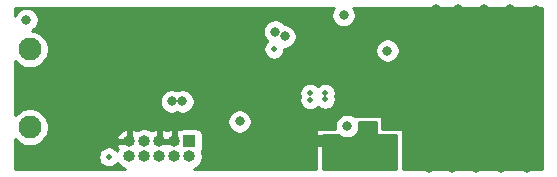
<source format=gbr>
%TF.GenerationSoftware,KiCad,Pcbnew,(5.1.9)-1*%
%TF.CreationDate,2021-11-01T00:10:38+05:30*%
%TF.ProjectId,STM32-nRF24,53544d33-322d-46e5-9246-32342e6b6963,Rev. A*%
%TF.SameCoordinates,Original*%
%TF.FileFunction,Copper,L2,Inr*%
%TF.FilePolarity,Positive*%
%FSLAX46Y46*%
G04 Gerber Fmt 4.6, Leading zero omitted, Abs format (unit mm)*
G04 Created by KiCad (PCBNEW (5.1.9)-1) date 2021-11-01 00:10:38*
%MOMM*%
%LPD*%
G01*
G04 APERTURE LIST*
%TA.AperFunction,ComponentPad*%
%ADD10C,1.950000*%
%TD*%
%TA.AperFunction,ComponentPad*%
%ADD11R,1.000000X1.000000*%
%TD*%
%TA.AperFunction,ComponentPad*%
%ADD12O,1.000000X1.000000*%
%TD*%
%TA.AperFunction,ViaPad*%
%ADD13C,0.800000*%
%TD*%
%TA.AperFunction,ViaPad*%
%ADD14C,0.700000*%
%TD*%
%TA.AperFunction,ViaPad*%
%ADD15C,0.600000*%
%TD*%
%TA.AperFunction,ViaPad*%
%ADD16C,0.500000*%
%TD*%
%TA.AperFunction,Conductor*%
%ADD17C,1.000000*%
%TD*%
%TA.AperFunction,Conductor*%
%ADD18C,0.254000*%
%TD*%
%TA.AperFunction,Conductor*%
%ADD19C,0.100000*%
%TD*%
G04 APERTURE END LIST*
D10*
%TO.N,N/C*%
%TO.C,J1*%
X84075000Y-157400000D03*
X84075000Y-164000000D03*
%TD*%
D11*
%TO.N,+3V3*%
%TO.C,J3*%
X97590000Y-165200000D03*
D12*
%TO.N,SWDIO*%
X97590000Y-166470000D03*
%TO.N,GND*%
X96320000Y-165200000D03*
%TO.N,SWCLK*%
X96320000Y-166470000D03*
%TO.N,GND*%
X95050000Y-165200000D03*
%TO.N,Net-(J3-Pad6)*%
X95050000Y-166470000D03*
%TO.N,Net-(J3-Pad7)*%
X93780000Y-165200000D03*
%TO.N,Net-(J3-Pad8)*%
X93780000Y-166470000D03*
%TO.N,GND*%
X92510000Y-165200000D03*
%TO.N,NRST*%
X92510000Y-166470000D03*
%TD*%
D13*
%TO.N,GND*%
X126950000Y-154100000D03*
X127150000Y-155900000D03*
X116550000Y-159100000D03*
X122450000Y-157900000D03*
X122550000Y-162700000D03*
X120950000Y-163400000D03*
X120950000Y-162300000D03*
X121650000Y-158400000D03*
X122550000Y-163600000D03*
X122450000Y-157000000D03*
X112450000Y-161100000D03*
X111250000Y-161100000D03*
X112450000Y-160000000D03*
X108000000Y-164000000D03*
X90750000Y-163800000D03*
X94550000Y-154500000D03*
X111950000Y-154200000D03*
X114750000Y-159200000D03*
X112750000Y-157400000D03*
X114750000Y-166900000D03*
X102050000Y-156800000D03*
X102050000Y-155900000D03*
X109250000Y-165200000D03*
X100450000Y-163800000D03*
X109000000Y-157450000D03*
X108650000Y-156400000D03*
X88200000Y-162100000D03*
D14*
X100800000Y-161800000D03*
D13*
X100150000Y-155700000D03*
X91800000Y-162900000D03*
X100250000Y-162800000D03*
X109650000Y-156400000D03*
X109350000Y-158400000D03*
X114450000Y-154400000D03*
X111250000Y-160000000D03*
X95150000Y-158050000D03*
X110550000Y-156000000D03*
X107400000Y-164750000D03*
X115550000Y-159700000D03*
X115350000Y-154400000D03*
X109650000Y-155450000D03*
X108650000Y-155450000D03*
X93650000Y-154500000D03*
X89150000Y-162100000D03*
X90750000Y-162900000D03*
X92250000Y-162150000D03*
X94250000Y-158000000D03*
X100700000Y-160500000D03*
X99800000Y-160500000D03*
X98900000Y-160500000D03*
X100150000Y-156600000D03*
X116550000Y-157400000D03*
X116550000Y-155800000D03*
X116550000Y-154200000D03*
X118450000Y-154000000D03*
X120350000Y-154000000D03*
X122550000Y-154000000D03*
X124750000Y-154000000D03*
X116550000Y-163100000D03*
X116550000Y-164800000D03*
X116550000Y-166500000D03*
X117900000Y-167450000D03*
X119800000Y-167450000D03*
X121902010Y-167450000D03*
X124000000Y-167450000D03*
X126200000Y-167450000D03*
X127150000Y-166500000D03*
X127150000Y-165000000D03*
X123650000Y-164300000D03*
X124850000Y-164300000D03*
X126050000Y-164300000D03*
X123550000Y-156200000D03*
X124950000Y-156200000D03*
X126150000Y-156200000D03*
D15*
X107000000Y-158300000D03*
D13*
X87800000Y-166750000D03*
X86850000Y-166750000D03*
%TO.N,+3V3*%
X83800000Y-154900000D03*
X110650000Y-154500000D03*
X110950000Y-163900000D03*
X101850000Y-163500000D03*
X105650000Y-156300000D03*
X104850000Y-155900000D03*
X114350000Y-157500000D03*
X97000000Y-161800000D03*
X96100000Y-161800000D03*
D16*
%TO.N,NRST*%
X90750000Y-166500000D03*
X104750000Y-157400000D03*
%TO.N,SPI3_MISO*%
X107800000Y-161650000D03*
X109100000Y-161640000D03*
%TO.N,SPI3_MOSI*%
X107800000Y-161100000D03*
X109100000Y-161100000D03*
%TD*%
D17*
%TO.N,GND*%
X109250000Y-165200000D02*
X107350000Y-165200000D01*
%TD*%
D18*
%TO.N,GND*%
X109732795Y-154009744D02*
X109654774Y-154198102D01*
X109615000Y-154398061D01*
X109615000Y-154601939D01*
X109654774Y-154801898D01*
X109732795Y-154990256D01*
X109846063Y-155159774D01*
X109990226Y-155303937D01*
X110159744Y-155417205D01*
X110348102Y-155495226D01*
X110548061Y-155535000D01*
X110751939Y-155535000D01*
X110951898Y-155495226D01*
X111140256Y-155417205D01*
X111309774Y-155303937D01*
X111453937Y-155159774D01*
X111567205Y-154990256D01*
X111645226Y-154801898D01*
X111685000Y-154601939D01*
X111685000Y-154398061D01*
X111645226Y-154198102D01*
X111567205Y-154009744D01*
X111467150Y-153860000D01*
X127467722Y-153860000D01*
X127488086Y-153861997D01*
X127490000Y-153880207D01*
X127490001Y-167517712D01*
X127488003Y-167538086D01*
X127469794Y-167540000D01*
X115677000Y-167540000D01*
X115677000Y-164300000D01*
X115674560Y-164275224D01*
X115667333Y-164251399D01*
X115655597Y-164229443D01*
X115639803Y-164210197D01*
X115620557Y-164194403D01*
X115598601Y-164182667D01*
X115574776Y-164175440D01*
X115553526Y-164173049D01*
X113877000Y-164126479D01*
X113877000Y-163200000D01*
X113874560Y-163175224D01*
X113867333Y-163151399D01*
X113855597Y-163129443D01*
X113839803Y-163110197D01*
X113820557Y-163094403D01*
X113798601Y-163082667D01*
X113774776Y-163075440D01*
X113750000Y-163073000D01*
X111575258Y-163073000D01*
X111440256Y-162982795D01*
X111251898Y-162904774D01*
X111051939Y-162865000D01*
X110848061Y-162865000D01*
X110648102Y-162904774D01*
X110459744Y-162982795D01*
X110290226Y-163096063D01*
X110146063Y-163240226D01*
X110032795Y-163409744D01*
X109954774Y-163598102D01*
X109915000Y-163798061D01*
X109915000Y-164001939D01*
X109949026Y-164173000D01*
X108450000Y-164173000D01*
X108425224Y-164175440D01*
X108401399Y-164182667D01*
X108379443Y-164194403D01*
X108360197Y-164210197D01*
X108344403Y-164229443D01*
X108332667Y-164251399D01*
X108325440Y-164275224D01*
X108323000Y-164300000D01*
X108323000Y-167540000D01*
X97972690Y-167540000D01*
X98127624Y-167475824D01*
X98313520Y-167351612D01*
X98471612Y-167193520D01*
X98595824Y-167007624D01*
X98681383Y-166801067D01*
X98725000Y-166581788D01*
X98725000Y-166358212D01*
X98681383Y-166138933D01*
X98635112Y-166027226D01*
X98679502Y-165944180D01*
X98715812Y-165824482D01*
X98728072Y-165700000D01*
X98728072Y-164700000D01*
X98715812Y-164575518D01*
X98679502Y-164455820D01*
X98620537Y-164345506D01*
X98541185Y-164248815D01*
X98444494Y-164169463D01*
X98334180Y-164110498D01*
X98214482Y-164074188D01*
X98090000Y-164061928D01*
X97090000Y-164061928D01*
X96965518Y-164074188D01*
X96845820Y-164110498D01*
X96756820Y-164158070D01*
X96676864Y-164122554D01*
X96621874Y-164105881D01*
X96447000Y-164232046D01*
X96447000Y-165073000D01*
X96451928Y-165073000D01*
X96451928Y-165327000D01*
X96447000Y-165327000D01*
X96447000Y-165338026D01*
X96431788Y-165335000D01*
X96208212Y-165335000D01*
X96193000Y-165338026D01*
X96193000Y-165327000D01*
X95177000Y-165327000D01*
X95177000Y-165338026D01*
X95161788Y-165335000D01*
X94938212Y-165335000D01*
X94923000Y-165338026D01*
X94923000Y-165327000D01*
X94911974Y-165327000D01*
X94915000Y-165311788D01*
X94915000Y-165088212D01*
X94911974Y-165073000D01*
X94923000Y-165073000D01*
X94923000Y-164232046D01*
X95177000Y-164232046D01*
X95177000Y-165073000D01*
X96193000Y-165073000D01*
X96193000Y-164232046D01*
X96018126Y-164105881D01*
X95963136Y-164122554D01*
X95759794Y-164212877D01*
X95685000Y-164265639D01*
X95610206Y-164212877D01*
X95406864Y-164122554D01*
X95351874Y-164105881D01*
X95177000Y-164232046D01*
X94923000Y-164232046D01*
X94748126Y-164105881D01*
X94693136Y-164122554D01*
X94489794Y-164212877D01*
X94419658Y-164262353D01*
X94317624Y-164194176D01*
X94111067Y-164108617D01*
X93891788Y-164065000D01*
X93668212Y-164065000D01*
X93448933Y-164108617D01*
X93242376Y-164194176D01*
X93140342Y-164262353D01*
X93070206Y-164212877D01*
X92866864Y-164122554D01*
X92811874Y-164105881D01*
X92637000Y-164232046D01*
X92637000Y-165073000D01*
X92648026Y-165073000D01*
X92645000Y-165088212D01*
X92645000Y-165311788D01*
X92648026Y-165327000D01*
X92637000Y-165327000D01*
X92637000Y-165338026D01*
X92621788Y-165335000D01*
X92398212Y-165335000D01*
X92383000Y-165338026D01*
X92383000Y-165327000D01*
X91540871Y-165327000D01*
X91415874Y-165501876D01*
X91495790Y-165709529D01*
X91572256Y-165830488D01*
X91504176Y-165932376D01*
X91477744Y-165996188D01*
X91437424Y-165935845D01*
X91314155Y-165812576D01*
X91169205Y-165715723D01*
X91008145Y-165649010D01*
X90837165Y-165615000D01*
X90662835Y-165615000D01*
X90491855Y-165649010D01*
X90330795Y-165715723D01*
X90185845Y-165812576D01*
X90062576Y-165935845D01*
X89965723Y-166080795D01*
X89899010Y-166241855D01*
X89865000Y-166412835D01*
X89865000Y-166587165D01*
X89899010Y-166758145D01*
X89965723Y-166919205D01*
X90062576Y-167064155D01*
X90185845Y-167187424D01*
X90330795Y-167284277D01*
X90491855Y-167350990D01*
X90662835Y-167385000D01*
X90837165Y-167385000D01*
X91008145Y-167350990D01*
X91169205Y-167284277D01*
X91314155Y-167187424D01*
X91437424Y-167064155D01*
X91493086Y-166980851D01*
X91504176Y-167007624D01*
X91628388Y-167193520D01*
X91786480Y-167351612D01*
X91972376Y-167475824D01*
X92127310Y-167540000D01*
X82832278Y-167540000D01*
X82811914Y-167538003D01*
X82810000Y-167519794D01*
X82810000Y-165004717D01*
X82824431Y-165026315D01*
X83048685Y-165250569D01*
X83312379Y-165426763D01*
X83605380Y-165548129D01*
X83916429Y-165610000D01*
X84233571Y-165610000D01*
X84544620Y-165548129D01*
X84837621Y-165426763D01*
X85101315Y-165250569D01*
X85325569Y-165026315D01*
X85411223Y-164898124D01*
X91415874Y-164898124D01*
X91540871Y-165073000D01*
X92383000Y-165073000D01*
X92383000Y-164232046D01*
X92208126Y-164105881D01*
X92153136Y-164122554D01*
X91949794Y-164212877D01*
X91767980Y-164341135D01*
X91614682Y-164502399D01*
X91495790Y-164690471D01*
X91415874Y-164898124D01*
X85411223Y-164898124D01*
X85501763Y-164762621D01*
X85623129Y-164469620D01*
X85685000Y-164158571D01*
X85685000Y-163841429D01*
X85623129Y-163530380D01*
X85568321Y-163398061D01*
X100815000Y-163398061D01*
X100815000Y-163601939D01*
X100854774Y-163801898D01*
X100932795Y-163990256D01*
X101046063Y-164159774D01*
X101190226Y-164303937D01*
X101359744Y-164417205D01*
X101548102Y-164495226D01*
X101748061Y-164535000D01*
X101951939Y-164535000D01*
X102151898Y-164495226D01*
X102340256Y-164417205D01*
X102509774Y-164303937D01*
X102653937Y-164159774D01*
X102767205Y-163990256D01*
X102845226Y-163801898D01*
X102885000Y-163601939D01*
X102885000Y-163398061D01*
X102845226Y-163198102D01*
X102767205Y-163009744D01*
X102653937Y-162840226D01*
X102509774Y-162696063D01*
X102340256Y-162582795D01*
X102151898Y-162504774D01*
X101951939Y-162465000D01*
X101748061Y-162465000D01*
X101548102Y-162504774D01*
X101359744Y-162582795D01*
X101190226Y-162696063D01*
X101046063Y-162840226D01*
X100932795Y-163009744D01*
X100854774Y-163198102D01*
X100815000Y-163398061D01*
X85568321Y-163398061D01*
X85501763Y-163237379D01*
X85325569Y-162973685D01*
X85101315Y-162749431D01*
X84837621Y-162573237D01*
X84544620Y-162451871D01*
X84233571Y-162390000D01*
X83916429Y-162390000D01*
X83605380Y-162451871D01*
X83312379Y-162573237D01*
X83048685Y-162749431D01*
X82824431Y-162973685D01*
X82810000Y-162995283D01*
X82810000Y-161698061D01*
X95065000Y-161698061D01*
X95065000Y-161901939D01*
X95104774Y-162101898D01*
X95182795Y-162290256D01*
X95296063Y-162459774D01*
X95440226Y-162603937D01*
X95609744Y-162717205D01*
X95798102Y-162795226D01*
X95998061Y-162835000D01*
X96201939Y-162835000D01*
X96401898Y-162795226D01*
X96550000Y-162733880D01*
X96698102Y-162795226D01*
X96898061Y-162835000D01*
X97101939Y-162835000D01*
X97301898Y-162795226D01*
X97490256Y-162717205D01*
X97659774Y-162603937D01*
X97803937Y-162459774D01*
X97917205Y-162290256D01*
X97995226Y-162101898D01*
X98035000Y-161901939D01*
X98035000Y-161698061D01*
X97995226Y-161498102D01*
X97917205Y-161309744D01*
X97803937Y-161140226D01*
X97676546Y-161012835D01*
X106915000Y-161012835D01*
X106915000Y-161187165D01*
X106949010Y-161358145D01*
X106955992Y-161375000D01*
X106949010Y-161391855D01*
X106915000Y-161562835D01*
X106915000Y-161737165D01*
X106949010Y-161908145D01*
X107015723Y-162069205D01*
X107112576Y-162214155D01*
X107235845Y-162337424D01*
X107380795Y-162434277D01*
X107541855Y-162500990D01*
X107712835Y-162535000D01*
X107887165Y-162535000D01*
X108058145Y-162500990D01*
X108219205Y-162434277D01*
X108364155Y-162337424D01*
X108455000Y-162246579D01*
X108535845Y-162327424D01*
X108680795Y-162424277D01*
X108841855Y-162490990D01*
X109012835Y-162525000D01*
X109187165Y-162525000D01*
X109358145Y-162490990D01*
X109519205Y-162424277D01*
X109664155Y-162327424D01*
X109787424Y-162204155D01*
X109884277Y-162059205D01*
X109950990Y-161898145D01*
X109985000Y-161727165D01*
X109985000Y-161552835D01*
X109950990Y-161381855D01*
X109946080Y-161370000D01*
X109950990Y-161358145D01*
X109985000Y-161187165D01*
X109985000Y-161012835D01*
X109950990Y-160841855D01*
X109884277Y-160680795D01*
X109787424Y-160535845D01*
X109664155Y-160412576D01*
X109519205Y-160315723D01*
X109358145Y-160249010D01*
X109187165Y-160215000D01*
X109012835Y-160215000D01*
X108841855Y-160249010D01*
X108680795Y-160315723D01*
X108535845Y-160412576D01*
X108450000Y-160498421D01*
X108364155Y-160412576D01*
X108219205Y-160315723D01*
X108058145Y-160249010D01*
X107887165Y-160215000D01*
X107712835Y-160215000D01*
X107541855Y-160249010D01*
X107380795Y-160315723D01*
X107235845Y-160412576D01*
X107112576Y-160535845D01*
X107015723Y-160680795D01*
X106949010Y-160841855D01*
X106915000Y-161012835D01*
X97676546Y-161012835D01*
X97659774Y-160996063D01*
X97490256Y-160882795D01*
X97301898Y-160804774D01*
X97101939Y-160765000D01*
X96898061Y-160765000D01*
X96698102Y-160804774D01*
X96550000Y-160866120D01*
X96401898Y-160804774D01*
X96201939Y-160765000D01*
X95998061Y-160765000D01*
X95798102Y-160804774D01*
X95609744Y-160882795D01*
X95440226Y-160996063D01*
X95296063Y-161140226D01*
X95182795Y-161309744D01*
X95104774Y-161498102D01*
X95065000Y-161698061D01*
X82810000Y-161698061D01*
X82810000Y-158404717D01*
X82824431Y-158426315D01*
X83048685Y-158650569D01*
X83312379Y-158826763D01*
X83605380Y-158948129D01*
X83916429Y-159010000D01*
X84233571Y-159010000D01*
X84544620Y-158948129D01*
X84837621Y-158826763D01*
X85101315Y-158650569D01*
X85325569Y-158426315D01*
X85501763Y-158162621D01*
X85623129Y-157869620D01*
X85685000Y-157558571D01*
X85685000Y-157241429D01*
X85623129Y-156930380D01*
X85501763Y-156637379D01*
X85325569Y-156373685D01*
X85101315Y-156149431D01*
X84837621Y-155973237D01*
X84544620Y-155851871D01*
X84308628Y-155804930D01*
X84318908Y-155798061D01*
X103815000Y-155798061D01*
X103815000Y-156001939D01*
X103854774Y-156201898D01*
X103932795Y-156390256D01*
X104046063Y-156559774D01*
X104190226Y-156703937D01*
X104194500Y-156706793D01*
X104185845Y-156712576D01*
X104062576Y-156835845D01*
X103965723Y-156980795D01*
X103899010Y-157141855D01*
X103865000Y-157312835D01*
X103865000Y-157487165D01*
X103899010Y-157658145D01*
X103965723Y-157819205D01*
X104062576Y-157964155D01*
X104185845Y-158087424D01*
X104330795Y-158184277D01*
X104491855Y-158250990D01*
X104662835Y-158285000D01*
X104837165Y-158285000D01*
X105008145Y-158250990D01*
X105169205Y-158184277D01*
X105314155Y-158087424D01*
X105437424Y-157964155D01*
X105534277Y-157819205D01*
X105600990Y-157658145D01*
X105635000Y-157487165D01*
X105635000Y-157398061D01*
X113315000Y-157398061D01*
X113315000Y-157601939D01*
X113354774Y-157801898D01*
X113432795Y-157990256D01*
X113546063Y-158159774D01*
X113690226Y-158303937D01*
X113859744Y-158417205D01*
X114048102Y-158495226D01*
X114248061Y-158535000D01*
X114451939Y-158535000D01*
X114651898Y-158495226D01*
X114840256Y-158417205D01*
X115009774Y-158303937D01*
X115153937Y-158159774D01*
X115267205Y-157990256D01*
X115345226Y-157801898D01*
X115385000Y-157601939D01*
X115385000Y-157398061D01*
X115345226Y-157198102D01*
X115267205Y-157009744D01*
X115153937Y-156840226D01*
X115009774Y-156696063D01*
X114840256Y-156582795D01*
X114651898Y-156504774D01*
X114451939Y-156465000D01*
X114248061Y-156465000D01*
X114048102Y-156504774D01*
X113859744Y-156582795D01*
X113690226Y-156696063D01*
X113546063Y-156840226D01*
X113432795Y-157009744D01*
X113354774Y-157198102D01*
X113315000Y-157398061D01*
X105635000Y-157398061D01*
X105635000Y-157335000D01*
X105751939Y-157335000D01*
X105951898Y-157295226D01*
X106140256Y-157217205D01*
X106309774Y-157103937D01*
X106453937Y-156959774D01*
X106567205Y-156790256D01*
X106645226Y-156601898D01*
X106685000Y-156401939D01*
X106685000Y-156198061D01*
X106645226Y-155998102D01*
X106567205Y-155809744D01*
X106453937Y-155640226D01*
X106309774Y-155496063D01*
X106140256Y-155382795D01*
X105951898Y-155304774D01*
X105751939Y-155265000D01*
X105670490Y-155265000D01*
X105653937Y-155240226D01*
X105509774Y-155096063D01*
X105340256Y-154982795D01*
X105151898Y-154904774D01*
X104951939Y-154865000D01*
X104748061Y-154865000D01*
X104548102Y-154904774D01*
X104359744Y-154982795D01*
X104190226Y-155096063D01*
X104046063Y-155240226D01*
X103932795Y-155409744D01*
X103854774Y-155598102D01*
X103815000Y-155798061D01*
X84318908Y-155798061D01*
X84459774Y-155703937D01*
X84603937Y-155559774D01*
X84717205Y-155390256D01*
X84795226Y-155201898D01*
X84835000Y-155001939D01*
X84835000Y-154798061D01*
X84795226Y-154598102D01*
X84717205Y-154409744D01*
X84603937Y-154240226D01*
X84459774Y-154096063D01*
X84290256Y-153982795D01*
X84101898Y-153904774D01*
X83901939Y-153865000D01*
X83698061Y-153865000D01*
X83498102Y-153904774D01*
X83309744Y-153982795D01*
X83140226Y-154096063D01*
X82996063Y-154240226D01*
X82882795Y-154409744D01*
X82810000Y-154585485D01*
X82810000Y-153882278D01*
X82811997Y-153861914D01*
X82830207Y-153860000D01*
X109832850Y-153860000D01*
X109732795Y-154009744D01*
%TA.AperFunction,Conductor*%
D19*
G36*
X109732795Y-154009744D02*
G01*
X109654774Y-154198102D01*
X109615000Y-154398061D01*
X109615000Y-154601939D01*
X109654774Y-154801898D01*
X109732795Y-154990256D01*
X109846063Y-155159774D01*
X109990226Y-155303937D01*
X110159744Y-155417205D01*
X110348102Y-155495226D01*
X110548061Y-155535000D01*
X110751939Y-155535000D01*
X110951898Y-155495226D01*
X111140256Y-155417205D01*
X111309774Y-155303937D01*
X111453937Y-155159774D01*
X111567205Y-154990256D01*
X111645226Y-154801898D01*
X111685000Y-154601939D01*
X111685000Y-154398061D01*
X111645226Y-154198102D01*
X111567205Y-154009744D01*
X111467150Y-153860000D01*
X127467722Y-153860000D01*
X127488086Y-153861997D01*
X127490000Y-153880207D01*
X127490001Y-167517712D01*
X127488003Y-167538086D01*
X127469794Y-167540000D01*
X115677000Y-167540000D01*
X115677000Y-164300000D01*
X115674560Y-164275224D01*
X115667333Y-164251399D01*
X115655597Y-164229443D01*
X115639803Y-164210197D01*
X115620557Y-164194403D01*
X115598601Y-164182667D01*
X115574776Y-164175440D01*
X115553526Y-164173049D01*
X113877000Y-164126479D01*
X113877000Y-163200000D01*
X113874560Y-163175224D01*
X113867333Y-163151399D01*
X113855597Y-163129443D01*
X113839803Y-163110197D01*
X113820557Y-163094403D01*
X113798601Y-163082667D01*
X113774776Y-163075440D01*
X113750000Y-163073000D01*
X111575258Y-163073000D01*
X111440256Y-162982795D01*
X111251898Y-162904774D01*
X111051939Y-162865000D01*
X110848061Y-162865000D01*
X110648102Y-162904774D01*
X110459744Y-162982795D01*
X110290226Y-163096063D01*
X110146063Y-163240226D01*
X110032795Y-163409744D01*
X109954774Y-163598102D01*
X109915000Y-163798061D01*
X109915000Y-164001939D01*
X109949026Y-164173000D01*
X108450000Y-164173000D01*
X108425224Y-164175440D01*
X108401399Y-164182667D01*
X108379443Y-164194403D01*
X108360197Y-164210197D01*
X108344403Y-164229443D01*
X108332667Y-164251399D01*
X108325440Y-164275224D01*
X108323000Y-164300000D01*
X108323000Y-167540000D01*
X97972690Y-167540000D01*
X98127624Y-167475824D01*
X98313520Y-167351612D01*
X98471612Y-167193520D01*
X98595824Y-167007624D01*
X98681383Y-166801067D01*
X98725000Y-166581788D01*
X98725000Y-166358212D01*
X98681383Y-166138933D01*
X98635112Y-166027226D01*
X98679502Y-165944180D01*
X98715812Y-165824482D01*
X98728072Y-165700000D01*
X98728072Y-164700000D01*
X98715812Y-164575518D01*
X98679502Y-164455820D01*
X98620537Y-164345506D01*
X98541185Y-164248815D01*
X98444494Y-164169463D01*
X98334180Y-164110498D01*
X98214482Y-164074188D01*
X98090000Y-164061928D01*
X97090000Y-164061928D01*
X96965518Y-164074188D01*
X96845820Y-164110498D01*
X96756820Y-164158070D01*
X96676864Y-164122554D01*
X96621874Y-164105881D01*
X96447000Y-164232046D01*
X96447000Y-165073000D01*
X96451928Y-165073000D01*
X96451928Y-165327000D01*
X96447000Y-165327000D01*
X96447000Y-165338026D01*
X96431788Y-165335000D01*
X96208212Y-165335000D01*
X96193000Y-165338026D01*
X96193000Y-165327000D01*
X95177000Y-165327000D01*
X95177000Y-165338026D01*
X95161788Y-165335000D01*
X94938212Y-165335000D01*
X94923000Y-165338026D01*
X94923000Y-165327000D01*
X94911974Y-165327000D01*
X94915000Y-165311788D01*
X94915000Y-165088212D01*
X94911974Y-165073000D01*
X94923000Y-165073000D01*
X94923000Y-164232046D01*
X95177000Y-164232046D01*
X95177000Y-165073000D01*
X96193000Y-165073000D01*
X96193000Y-164232046D01*
X96018126Y-164105881D01*
X95963136Y-164122554D01*
X95759794Y-164212877D01*
X95685000Y-164265639D01*
X95610206Y-164212877D01*
X95406864Y-164122554D01*
X95351874Y-164105881D01*
X95177000Y-164232046D01*
X94923000Y-164232046D01*
X94748126Y-164105881D01*
X94693136Y-164122554D01*
X94489794Y-164212877D01*
X94419658Y-164262353D01*
X94317624Y-164194176D01*
X94111067Y-164108617D01*
X93891788Y-164065000D01*
X93668212Y-164065000D01*
X93448933Y-164108617D01*
X93242376Y-164194176D01*
X93140342Y-164262353D01*
X93070206Y-164212877D01*
X92866864Y-164122554D01*
X92811874Y-164105881D01*
X92637000Y-164232046D01*
X92637000Y-165073000D01*
X92648026Y-165073000D01*
X92645000Y-165088212D01*
X92645000Y-165311788D01*
X92648026Y-165327000D01*
X92637000Y-165327000D01*
X92637000Y-165338026D01*
X92621788Y-165335000D01*
X92398212Y-165335000D01*
X92383000Y-165338026D01*
X92383000Y-165327000D01*
X91540871Y-165327000D01*
X91415874Y-165501876D01*
X91495790Y-165709529D01*
X91572256Y-165830488D01*
X91504176Y-165932376D01*
X91477744Y-165996188D01*
X91437424Y-165935845D01*
X91314155Y-165812576D01*
X91169205Y-165715723D01*
X91008145Y-165649010D01*
X90837165Y-165615000D01*
X90662835Y-165615000D01*
X90491855Y-165649010D01*
X90330795Y-165715723D01*
X90185845Y-165812576D01*
X90062576Y-165935845D01*
X89965723Y-166080795D01*
X89899010Y-166241855D01*
X89865000Y-166412835D01*
X89865000Y-166587165D01*
X89899010Y-166758145D01*
X89965723Y-166919205D01*
X90062576Y-167064155D01*
X90185845Y-167187424D01*
X90330795Y-167284277D01*
X90491855Y-167350990D01*
X90662835Y-167385000D01*
X90837165Y-167385000D01*
X91008145Y-167350990D01*
X91169205Y-167284277D01*
X91314155Y-167187424D01*
X91437424Y-167064155D01*
X91493086Y-166980851D01*
X91504176Y-167007624D01*
X91628388Y-167193520D01*
X91786480Y-167351612D01*
X91972376Y-167475824D01*
X92127310Y-167540000D01*
X82832278Y-167540000D01*
X82811914Y-167538003D01*
X82810000Y-167519794D01*
X82810000Y-165004717D01*
X82824431Y-165026315D01*
X83048685Y-165250569D01*
X83312379Y-165426763D01*
X83605380Y-165548129D01*
X83916429Y-165610000D01*
X84233571Y-165610000D01*
X84544620Y-165548129D01*
X84837621Y-165426763D01*
X85101315Y-165250569D01*
X85325569Y-165026315D01*
X85411223Y-164898124D01*
X91415874Y-164898124D01*
X91540871Y-165073000D01*
X92383000Y-165073000D01*
X92383000Y-164232046D01*
X92208126Y-164105881D01*
X92153136Y-164122554D01*
X91949794Y-164212877D01*
X91767980Y-164341135D01*
X91614682Y-164502399D01*
X91495790Y-164690471D01*
X91415874Y-164898124D01*
X85411223Y-164898124D01*
X85501763Y-164762621D01*
X85623129Y-164469620D01*
X85685000Y-164158571D01*
X85685000Y-163841429D01*
X85623129Y-163530380D01*
X85568321Y-163398061D01*
X100815000Y-163398061D01*
X100815000Y-163601939D01*
X100854774Y-163801898D01*
X100932795Y-163990256D01*
X101046063Y-164159774D01*
X101190226Y-164303937D01*
X101359744Y-164417205D01*
X101548102Y-164495226D01*
X101748061Y-164535000D01*
X101951939Y-164535000D01*
X102151898Y-164495226D01*
X102340256Y-164417205D01*
X102509774Y-164303937D01*
X102653937Y-164159774D01*
X102767205Y-163990256D01*
X102845226Y-163801898D01*
X102885000Y-163601939D01*
X102885000Y-163398061D01*
X102845226Y-163198102D01*
X102767205Y-163009744D01*
X102653937Y-162840226D01*
X102509774Y-162696063D01*
X102340256Y-162582795D01*
X102151898Y-162504774D01*
X101951939Y-162465000D01*
X101748061Y-162465000D01*
X101548102Y-162504774D01*
X101359744Y-162582795D01*
X101190226Y-162696063D01*
X101046063Y-162840226D01*
X100932795Y-163009744D01*
X100854774Y-163198102D01*
X100815000Y-163398061D01*
X85568321Y-163398061D01*
X85501763Y-163237379D01*
X85325569Y-162973685D01*
X85101315Y-162749431D01*
X84837621Y-162573237D01*
X84544620Y-162451871D01*
X84233571Y-162390000D01*
X83916429Y-162390000D01*
X83605380Y-162451871D01*
X83312379Y-162573237D01*
X83048685Y-162749431D01*
X82824431Y-162973685D01*
X82810000Y-162995283D01*
X82810000Y-161698061D01*
X95065000Y-161698061D01*
X95065000Y-161901939D01*
X95104774Y-162101898D01*
X95182795Y-162290256D01*
X95296063Y-162459774D01*
X95440226Y-162603937D01*
X95609744Y-162717205D01*
X95798102Y-162795226D01*
X95998061Y-162835000D01*
X96201939Y-162835000D01*
X96401898Y-162795226D01*
X96550000Y-162733880D01*
X96698102Y-162795226D01*
X96898061Y-162835000D01*
X97101939Y-162835000D01*
X97301898Y-162795226D01*
X97490256Y-162717205D01*
X97659774Y-162603937D01*
X97803937Y-162459774D01*
X97917205Y-162290256D01*
X97995226Y-162101898D01*
X98035000Y-161901939D01*
X98035000Y-161698061D01*
X97995226Y-161498102D01*
X97917205Y-161309744D01*
X97803937Y-161140226D01*
X97676546Y-161012835D01*
X106915000Y-161012835D01*
X106915000Y-161187165D01*
X106949010Y-161358145D01*
X106955992Y-161375000D01*
X106949010Y-161391855D01*
X106915000Y-161562835D01*
X106915000Y-161737165D01*
X106949010Y-161908145D01*
X107015723Y-162069205D01*
X107112576Y-162214155D01*
X107235845Y-162337424D01*
X107380795Y-162434277D01*
X107541855Y-162500990D01*
X107712835Y-162535000D01*
X107887165Y-162535000D01*
X108058145Y-162500990D01*
X108219205Y-162434277D01*
X108364155Y-162337424D01*
X108455000Y-162246579D01*
X108535845Y-162327424D01*
X108680795Y-162424277D01*
X108841855Y-162490990D01*
X109012835Y-162525000D01*
X109187165Y-162525000D01*
X109358145Y-162490990D01*
X109519205Y-162424277D01*
X109664155Y-162327424D01*
X109787424Y-162204155D01*
X109884277Y-162059205D01*
X109950990Y-161898145D01*
X109985000Y-161727165D01*
X109985000Y-161552835D01*
X109950990Y-161381855D01*
X109946080Y-161370000D01*
X109950990Y-161358145D01*
X109985000Y-161187165D01*
X109985000Y-161012835D01*
X109950990Y-160841855D01*
X109884277Y-160680795D01*
X109787424Y-160535845D01*
X109664155Y-160412576D01*
X109519205Y-160315723D01*
X109358145Y-160249010D01*
X109187165Y-160215000D01*
X109012835Y-160215000D01*
X108841855Y-160249010D01*
X108680795Y-160315723D01*
X108535845Y-160412576D01*
X108450000Y-160498421D01*
X108364155Y-160412576D01*
X108219205Y-160315723D01*
X108058145Y-160249010D01*
X107887165Y-160215000D01*
X107712835Y-160215000D01*
X107541855Y-160249010D01*
X107380795Y-160315723D01*
X107235845Y-160412576D01*
X107112576Y-160535845D01*
X107015723Y-160680795D01*
X106949010Y-160841855D01*
X106915000Y-161012835D01*
X97676546Y-161012835D01*
X97659774Y-160996063D01*
X97490256Y-160882795D01*
X97301898Y-160804774D01*
X97101939Y-160765000D01*
X96898061Y-160765000D01*
X96698102Y-160804774D01*
X96550000Y-160866120D01*
X96401898Y-160804774D01*
X96201939Y-160765000D01*
X95998061Y-160765000D01*
X95798102Y-160804774D01*
X95609744Y-160882795D01*
X95440226Y-160996063D01*
X95296063Y-161140226D01*
X95182795Y-161309744D01*
X95104774Y-161498102D01*
X95065000Y-161698061D01*
X82810000Y-161698061D01*
X82810000Y-158404717D01*
X82824431Y-158426315D01*
X83048685Y-158650569D01*
X83312379Y-158826763D01*
X83605380Y-158948129D01*
X83916429Y-159010000D01*
X84233571Y-159010000D01*
X84544620Y-158948129D01*
X84837621Y-158826763D01*
X85101315Y-158650569D01*
X85325569Y-158426315D01*
X85501763Y-158162621D01*
X85623129Y-157869620D01*
X85685000Y-157558571D01*
X85685000Y-157241429D01*
X85623129Y-156930380D01*
X85501763Y-156637379D01*
X85325569Y-156373685D01*
X85101315Y-156149431D01*
X84837621Y-155973237D01*
X84544620Y-155851871D01*
X84308628Y-155804930D01*
X84318908Y-155798061D01*
X103815000Y-155798061D01*
X103815000Y-156001939D01*
X103854774Y-156201898D01*
X103932795Y-156390256D01*
X104046063Y-156559774D01*
X104190226Y-156703937D01*
X104194500Y-156706793D01*
X104185845Y-156712576D01*
X104062576Y-156835845D01*
X103965723Y-156980795D01*
X103899010Y-157141855D01*
X103865000Y-157312835D01*
X103865000Y-157487165D01*
X103899010Y-157658145D01*
X103965723Y-157819205D01*
X104062576Y-157964155D01*
X104185845Y-158087424D01*
X104330795Y-158184277D01*
X104491855Y-158250990D01*
X104662835Y-158285000D01*
X104837165Y-158285000D01*
X105008145Y-158250990D01*
X105169205Y-158184277D01*
X105314155Y-158087424D01*
X105437424Y-157964155D01*
X105534277Y-157819205D01*
X105600990Y-157658145D01*
X105635000Y-157487165D01*
X105635000Y-157398061D01*
X113315000Y-157398061D01*
X113315000Y-157601939D01*
X113354774Y-157801898D01*
X113432795Y-157990256D01*
X113546063Y-158159774D01*
X113690226Y-158303937D01*
X113859744Y-158417205D01*
X114048102Y-158495226D01*
X114248061Y-158535000D01*
X114451939Y-158535000D01*
X114651898Y-158495226D01*
X114840256Y-158417205D01*
X115009774Y-158303937D01*
X115153937Y-158159774D01*
X115267205Y-157990256D01*
X115345226Y-157801898D01*
X115385000Y-157601939D01*
X115385000Y-157398061D01*
X115345226Y-157198102D01*
X115267205Y-157009744D01*
X115153937Y-156840226D01*
X115009774Y-156696063D01*
X114840256Y-156582795D01*
X114651898Y-156504774D01*
X114451939Y-156465000D01*
X114248061Y-156465000D01*
X114048102Y-156504774D01*
X113859744Y-156582795D01*
X113690226Y-156696063D01*
X113546063Y-156840226D01*
X113432795Y-157009744D01*
X113354774Y-157198102D01*
X113315000Y-157398061D01*
X105635000Y-157398061D01*
X105635000Y-157335000D01*
X105751939Y-157335000D01*
X105951898Y-157295226D01*
X106140256Y-157217205D01*
X106309774Y-157103937D01*
X106453937Y-156959774D01*
X106567205Y-156790256D01*
X106645226Y-156601898D01*
X106685000Y-156401939D01*
X106685000Y-156198061D01*
X106645226Y-155998102D01*
X106567205Y-155809744D01*
X106453937Y-155640226D01*
X106309774Y-155496063D01*
X106140256Y-155382795D01*
X105951898Y-155304774D01*
X105751939Y-155265000D01*
X105670490Y-155265000D01*
X105653937Y-155240226D01*
X105509774Y-155096063D01*
X105340256Y-154982795D01*
X105151898Y-154904774D01*
X104951939Y-154865000D01*
X104748061Y-154865000D01*
X104548102Y-154904774D01*
X104359744Y-154982795D01*
X104190226Y-155096063D01*
X104046063Y-155240226D01*
X103932795Y-155409744D01*
X103854774Y-155598102D01*
X103815000Y-155798061D01*
X84318908Y-155798061D01*
X84459774Y-155703937D01*
X84603937Y-155559774D01*
X84717205Y-155390256D01*
X84795226Y-155201898D01*
X84835000Y-155001939D01*
X84835000Y-154798061D01*
X84795226Y-154598102D01*
X84717205Y-154409744D01*
X84603937Y-154240226D01*
X84459774Y-154096063D01*
X84290256Y-153982795D01*
X84101898Y-153904774D01*
X83901939Y-153865000D01*
X83698061Y-153865000D01*
X83498102Y-153904774D01*
X83309744Y-153982795D01*
X83140226Y-154096063D01*
X82996063Y-154240226D01*
X82882795Y-154409744D01*
X82810000Y-154585485D01*
X82810000Y-153882278D01*
X82811997Y-153861914D01*
X82830207Y-153860000D01*
X109832850Y-153860000D01*
X109732795Y-154009744D01*
G37*
%TD.AperFunction*%
%TD*%
D18*
%TO.N,GND*%
X113423000Y-164500000D02*
X113425440Y-164524776D01*
X113432667Y-164548601D01*
X113444403Y-164570557D01*
X113460197Y-164589803D01*
X113479443Y-164605597D01*
X113501399Y-164617333D01*
X113525224Y-164624560D01*
X113550000Y-164627000D01*
X115123000Y-164627000D01*
X115123000Y-167540000D01*
X108877000Y-167540000D01*
X108877000Y-164627000D01*
X110213289Y-164627000D01*
X110290226Y-164703937D01*
X110459744Y-164817205D01*
X110648102Y-164895226D01*
X110848061Y-164935000D01*
X111051939Y-164935000D01*
X111251898Y-164895226D01*
X111440256Y-164817205D01*
X111609774Y-164703937D01*
X111753937Y-164559774D01*
X111867205Y-164390256D01*
X111945226Y-164201898D01*
X111985000Y-164001939D01*
X111985000Y-163798061D01*
X111945226Y-163598102D01*
X111915774Y-163527000D01*
X113423000Y-163527000D01*
X113423000Y-164500000D01*
%TA.AperFunction,Conductor*%
D19*
G36*
X113423000Y-164500000D02*
G01*
X113425440Y-164524776D01*
X113432667Y-164548601D01*
X113444403Y-164570557D01*
X113460197Y-164589803D01*
X113479443Y-164605597D01*
X113501399Y-164617333D01*
X113525224Y-164624560D01*
X113550000Y-164627000D01*
X115123000Y-164627000D01*
X115123000Y-167540000D01*
X108877000Y-167540000D01*
X108877000Y-164627000D01*
X110213289Y-164627000D01*
X110290226Y-164703937D01*
X110459744Y-164817205D01*
X110648102Y-164895226D01*
X110848061Y-164935000D01*
X111051939Y-164935000D01*
X111251898Y-164895226D01*
X111440256Y-164817205D01*
X111609774Y-164703937D01*
X111753937Y-164559774D01*
X111867205Y-164390256D01*
X111945226Y-164201898D01*
X111985000Y-164001939D01*
X111985000Y-163798061D01*
X111945226Y-163598102D01*
X111915774Y-163527000D01*
X113423000Y-163527000D01*
X113423000Y-164500000D01*
G37*
%TD.AperFunction*%
%TD*%
M02*

</source>
